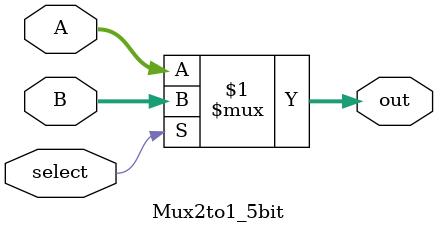
<source format=v>
module Mux2to1_5bit (
  input wire [4:0] A,   // Entrada 0 do MUX
  input wire [4:0] B,   // Entrada 1 do MUX
  input wire select,         // Sinal de seleção
  output wire [4:0] out   // Saída do MUX
);

  assign out = select ? B : A;

endmodule
</source>
